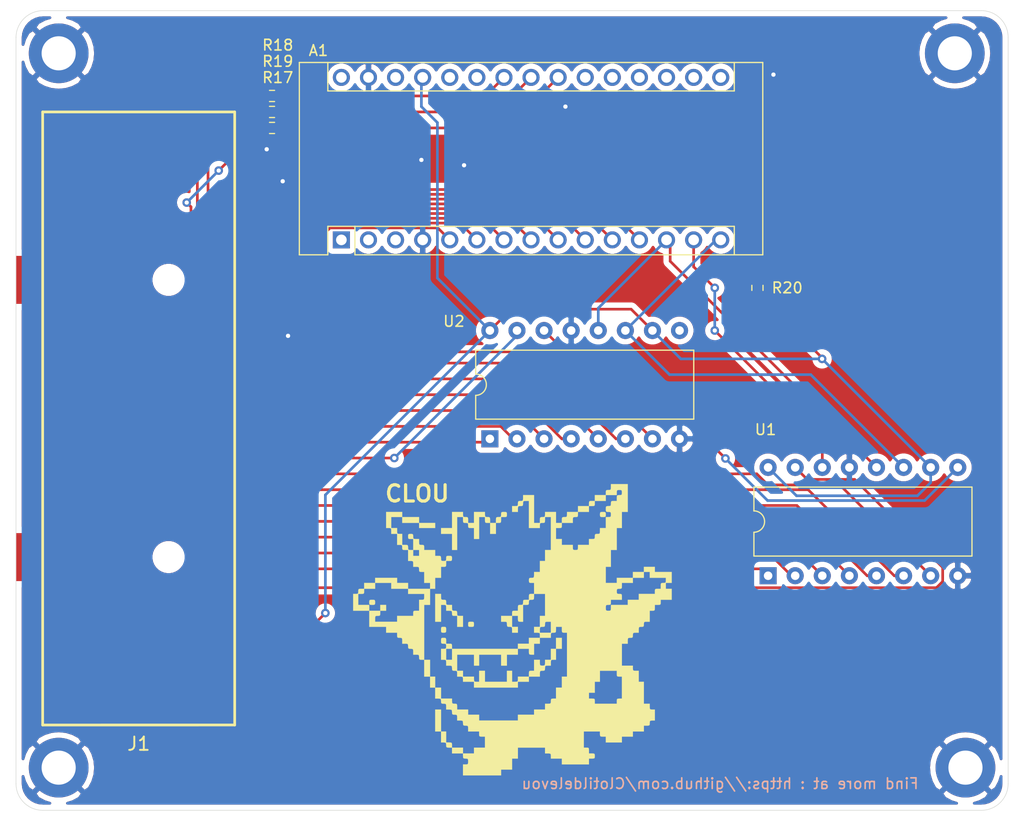
<source format=kicad_pcb>
(kicad_pcb (version 20211014) (generator pcbnew)
  (layers (0 "F.Cu" signal) (31 "B.Cu" signal) (34 "B.Paste" user) (35 "F.Paste" user) (36 "B.SilkS" user "B.Silkscreen") (37 "F.SilkS" user "F.Silkscreen") (38 "B.Mask" user) (39 "F.Mask" user) (44 "Edge.Cuts" user))
  (net 0 "")
  (net 1 "GND")
  (net 2 "Net-(A1-Pad5)")
  (net 3 "Net-(A1-Pad6)")
  (net 4 "/CLK")
  (net 5 "Net-(A1-Pad7)")
  (net 6 "/RD")
  (net 7 "Net-(A1-Pad8)")
  (net 8 "/WR")
  (net 9 "Net-(A1-Pad9)")
  (net 10 "Net-(A1-Pad10)")
  (net 11 "Net-(A1-Pad11)")
  (net 12 "+5V")
  (net 13 "Net-(A1-Pad12)")
  (net 14 "/RCK")
  (net 15 "/SER")
  (net 16 "/SCK")
  (net 17 "Net-(J1-Pad4)")
  (net 18 "Net-(J1-Pad5)")
  (net 19 "Net-(J1-Pad6)")
  (net 20 "Net-(J1-Pad7)")
  (net 21 "Net-(J1-Pad8)")
  (net 22 "Net-(J1-Pad9)")
  (net 23 "Net-(J1-Pad10)")
  (net 24 "Net-(J1-Pad11)")
  (net 25 "Net-(J1-Pad12)")
  (net 26 "Net-(J1-Pad13)")
  (net 27 "Net-(J1-Pad14)")
  (net 28 "Net-(J1-Pad15)")
  (net 29 "Net-(J1-Pad16)")
  (net 30 "Net-(J1-Pad17)")
  (net 31 "Net-(J1-Pad18)")
  (net 32 "Net-(J1-Pad19)")
  (net 33 "Net-(J1-Pad20)")
  (net 34 "Net-(J1-Pad21)")
  (net 35 "Net-(J1-Pad3)")
  (net 36 "Net-(J1-Pad30)")
  (net 37 "Net-(U1-Pad9)")
  (footprint "Module:Arduino_Nano" (layer "F.Cu") (at 135.5 96.5 90)
    (fp_text reference "A1" (at 17.76 -2.15 180) (layer "F.SilkS"))
    (fp_text value "Arduino_Nano_v3.x")
    (pad "1" thru_hole rect locked (at 0 0 90) (size 1.6 1.6) (drill 1) (layers *.Cu *.Mask))
    (pad "2" thru_hole oval locked (at 0 2.54 90) (size 1.6 1.6) (drill 1) (layers *.Cu *.Mask))
    (pad "3" thru_hole oval locked (at 0 5.08 90) (size 1.6 1.6) (drill 1) (layers *.Cu *.Mask))
    (pad "4" thru_hole oval locked (at 0 7.62 90) (size 1.6 1.6) (drill 1) (layers *.Cu *.Mask) (net 1 "GND"))
    (pad "5" thru_hole oval locked (at 0 10.16 90) (size 1.6 1.6) (drill 1) (layers *.Cu *.Mask) (net 2 "Net-(A1-Pad5)"))
    (pad "6" thru_hole oval locked (at 0 12.7 90) (size 1.6 1.6) (drill 1) (layers *.Cu *.Mask) (net 3 "Net-(A1-Pad6)"))
    (pad "7" thru_hole oval locked (at 0 15.24 90) (size 1.6 1.6) (drill 1) (layers *.Cu *.Mask) (net 5 "Net-(A1-Pad7)"))
    (pad "8" thru_hole oval locked (at 0 17.78 90) (size 1.6 1.6) (drill 1) (layers *.Cu *.Mask) (net 7 "Net-(A1-Pad8)"))
    (pad "9" thru_hole oval locked (at 0 20.32 90) (size 1.6 1.6) (drill 1) (layers *.Cu *.Mask) (net 9 "Net-(A1-Pad9)"))
    (pad "10" thru_hole oval locked (at 0 22.86 90) (size 1.6 1.6) (drill 1) (layers *.Cu *.Mask) (net 10 "Net-(A1-Pad10)"))
    (pad "11" thru_hole oval locked (at 0 25.4 90) (size 1.6 1.6) (drill 1) (layers *.Cu *.Mask) (net 11 "Net-(A1-Pad11)"))
    (pad "12" thru_hole oval locked (at 0 27.94 90) (size 1.6 1.6) (drill 1) (layers *.Cu *.Mask) (net 13 "Net-(A1-Pad12)"))
    (pad "13" thru_hole oval locked (at 0 30.48 90) (size 1.6 1.6) (drill 1) (layers *.Cu *.Mask) (net 14 "/RCK"))
    (pad "14" thru_hole oval locked (at 0 33.02 90) (size 1.6 1.6) (drill 1) (layers *.Cu *.Mask) (net 15 "/SER"))
    (pad "15" thru_hole oval locked (at 0 35.56 90) (size 1.6 1.6) (drill 1) (layers *.Cu *.Mask) (net 16 "/SCK"))
    (pad "16" thru_hole oval locked (at 15.24 35.56 90) (size 1.6 1.6) (drill 1) (layers *.Cu *.Mask))
    (pad "17" thru_hole oval locked (at 15.24 33.02 90) (size 1.6 1.6) (drill 1) (layers *.Cu *.Mask))
    (pad "18" thru_hole oval locked (at 15.24 30.48 90) (size 1.6 1.6) (drill 1) (layers *.Cu *.Mask))
    (pad "19" thru_hole oval locked (at 15.24 27.94 90) (size 1.6 1.6) (drill 1) (layers *.Cu *.Mask))
    (pad "20" thru_hole oval locked (at 15.24 25.4 90) (size 1.6 1.6) (drill 1) (layers *.Cu *.Mask))
    (pad "21" thru_hole oval locked (at 15.24 22.86 90) (size 1.6 1.6) (drill 1) (layers *.Cu *.Mask))
    (pad "22" thru_hole oval locked (at 15.24 20.32 90) (size 1.6 1.6) (drill 1) (layers *.Cu *.Mask) (net 4 "/CLK"))
    (pad "23" thru_hole oval locked (at 15.24 17.78 90) (size 1.6 1.6) (drill 1) (layers *.Cu *.Mask) (net 6 "/RD"))
    (pad "24" thru_hole oval locked (at 15.24 15.24 90) (size 1.6 1.6) (drill 1) (layers *.Cu *.Mask) (net 8 "/WR"))
    (pad "25" thru_hole oval locked (at 15.24 12.7 90) (size 1.6 1.6) (drill 1) (layers *.Cu *.Mask))
    (pad "26" thru_hole oval locked (at 15.24 10.16 90) (size 1.6 1.6) (drill 1) (layers *.Cu *.Mask))
    (pad "27" thru_hole oval locked (at 15.24 7.62 90) (size 1.6 1.6) (drill 1) (layers *.Cu *.Mask) (net 12 "+5V"))
    (pad "28" thru_hole oval locked (at 15.24 5.08 90) (size 1.6 1.6) (drill 1) (layers *.Cu *.Mask))
    (pad "29" thru_hole oval locked (at 15.24 2.54 90) (size 1.6 1.6) (drill 1) (layers *.Cu *.Mask) (net 1 "GND"))
    (pad "30" thru_hole oval locked (at 15.24 0 90) (size 1.6 1.6) (drill 1) (layers *.Cu *.Mask))
  )
  (footprint "GameboyReader:GameboyConnector" (layer "F.Cu") (at 125.5 137 90)
    (fp_text reference "J1" (at -6.764 -10.184 180) (layer "F.SilkS") (effects (font (size 1.25 1.25) (thickness 0.178)) (justify left)))
    (fp_text value "Conn_01x32_Male" hide)
    (pad "" np_thru_hole circle locked (at 36.75 -6.2 90) (size 2 2) (drill 2) (layers *.Cu *.Mask))
    (pad "" np_thru_hole circle locked (at 10.75 -6.2 90) (size 2 2) (drill 2) (layers *.Cu *.Mask))
    (pad "" smd rect locked (at 10.749 -19.251 270) (size 4.5 2.5) (layers "F.Cu" "F.Paste" "F.Mask"))
    (pad "" smd rect locked (at 36.75 -19.251 270) (size 4.5 2.5) (layers "F.Cu" "F.Paste" "F.Mask"))
    (pad "1" smd rect locked (at 0.742 1.25 270) (size 0.85 2.5) (layers "F.Cu" "F.Paste" "F.Mask") (net 12 "+5V"))
    (pad "2" smd rect locked (at 2.226 1.25 90) (size 0.85 2.5) (layers "F.Cu" "F.Paste" "F.Mask") (net 1 "GND"))
    (pad "3" smd rect locked (at 3.711 1.25 270) (size 0.85 2.5) (layers "F.Cu" "F.Paste" "F.Mask") (net 35 "Net-(J1-Pad3)"))
    (pad "4" smd rect locked (at 5.196 1.25 270) (size 0.85 2.5) (layers "F.Cu" "F.Paste" "F.Mask") (net 17 "Net-(J1-Pad4)"))
    (pad "5" smd rect locked (at 6.68 1.25 90) (size 0.85 2.5) (layers "F.Cu" "F.Paste" "F.Mask") (net 18 "Net-(J1-Pad5)"))
    (pad "6" smd rect locked (at 8.165 1.25 90) (size 0.85 2.5) (layers "F.Cu" "F.Paste" "F.Mask") (net 19 "Net-(J1-Pad6)"))
    (pad "7" smd rect locked (at 9.646 1.25 90) (size 0.85 2.5) (layers "F.Cu" "F.Paste" "F.Mask") (net 20 "Net-(J1-Pad7)"))
    (pad "8" smd rect locked (at 11.133 1.25 90) (size 0.85 2.5) (layers "F.Cu" "F.Paste" "F.Mask") (net 21 "Net-(J1-Pad8)"))
    (pad "9" smd rect locked (at 12.618 1.25 90) (size 0.85 2.5) (layers "F.Cu" "F.Paste" "F.Mask") (net 22 "Net-(J1-Pad9)"))
    (pad "10" smd rect locked (at 14.102 1.25 90) (size 0.85 2.5) (layers "F.Cu" "F.Paste" "F.Mask") (net 23 "Net-(J1-Pad10)"))
    (pad "11" smd rect locked (at 15.587 1.25 90) (size 0.85 2.5) (layers "F.Cu" "F.Paste" "F.Mask") (net 24 "Net-(J1-Pad11)"))
    (pad "12" smd rect locked (at 17.07 1.25 90) (size 0.85 2.5) (layers "F.Cu" "F.Paste" "F.Mask") (net 25 "Net-(J1-Pad12)"))
    (pad "13" smd rect locked (at 18.555 1.25 90) (size 0.85 2.5) (layers "F.Cu" "F.Paste" "F.Mask") (net 26 "Net-(J1-Pad13)"))
    (pad "14" smd rect locked (at 20.039 1.25 90) (size 0.85 2.5) (layers "F.Cu" "F.Paste" "F.Mask") (net 27 "Net-(J1-Pad14)"))
    (pad "15" smd rect locked (at 21.523 1.25 90) (size 0.85 2.5) (layers "F.Cu" "F.Paste" "F.Mask") (net 28 "Net-(J1-Pad15)"))
    (pad "16" smd rect locked (at 23.009 1.25 90) (size 0.85 2.5) (layers "F.Cu" "F.Paste" "F.Mask") (net 29 "Net-(J1-Pad16)"))
    (pad "17" smd rect locked (at 24.492 1.25 90) (size 0.85 2.5) (layers "F.Cu" "F.Paste" "F.Mask") (net 30 "Net-(J1-Pad17)"))
    (pad "18" smd rect locked (at 25.977 1.25 90) (size 0.85 2.5) (layers "F.Cu" "F.Paste" "F.Mask") (net 31 "Net-(J1-Pad18)"))
    (pad "19" smd rect locked (at 27.461 1.25 90) (size 0.85 2.5) (layers "F.Cu" "F.Paste" "F.Mask") (net 32 "Net-(J1-Pad19)"))
    (pad "20" smd rect locked (at 28.945 1.25 90) (size 0.85 2.5) (layers "F.Cu" "F.Paste" "F.Mask") (net 33 "Net-(J1-Pad20)"))
    (pad "21" smd rect locked (at 30.431 1.25 90) (size 0.85 2.5) (layers "F.Cu" "F.Paste" "F.Mask") (net 34 "Net-(J1-Pad21)"))
    (pad "22" smd rect locked (at 31.914 1.25 90) (size 0.85 2.5) (layers "F.Cu" "F.Paste" "F.Mask") (net 2 "Net-(A1-Pad5)"))
    (pad "23" smd rect locked (at 33.397 1.25 90) (size 0.85 2.5) (layers "F.Cu" "F.Paste" "F.Mask") (net 3 "Net-(A1-Pad6)"))
    (pad "24" smd rect locked (at 34.883 1.25 90) (size 0.85 2.5) (layers "F.Cu" "F.Paste" "F.Mask") (net 5 "Net-(A1-Pad7)"))
    (pad "25" smd rect locked (at 36.367 1.25 90) (size 0.85 2.5) (layers "F.Cu" "F.Paste" "F.Mask") (net 7 "Net-(A1-Pad8)"))
    (pad "26" smd rect locked (at 37.852 1.25 90) (size 0.85 2.5) (layers "F.Cu" "F.Paste" "F.Mask") (net 9 "Net-(A1-Pad9)"))
    (pad "27" smd rect locked (at 39.336 1.25 90) (size 0.85 2.5) (layers "F.Cu" "F.Paste" "F.Mask") (net 10 "Net-(A1-Pad10)"))
    (pad "28" smd rect locked (at 40.819 1.25 90) (size 0.85 2.5) (layers "F.Cu" "F.Paste" "F.Mask") (net 11 "Net-(A1-Pad11)"))
    (pad "29" smd rect locked (at 42.305 1.25 90) (size 0.85 2.5) (layers "F.Cu" "F.Paste" "F.Mask") (net 13 "Net-(A1-Pad12)"))
    (pad "30" smd rect locked (at 43.788 1.25 90) (size 0.85 2.5) (layers "F.Cu" "F.Paste" "F.Mask") (net 36 "Net-(J1-Pad30)"))
    (pad "31" smd rect locked (at 45.273 1.25 90) (size 0.85 2.5) (layers "F.Cu" "F.Paste" "F.Mask"))
    (pad "32" smd rect locked (at 46.758 1.25 270) (size 0.85 2.5) (layers "F.Cu" "F.Paste" "F.Mask") (net 1 "GND"))
  )
  (footprint "Resistor_SMD:R_0603_1608Metric" (layer "F.Cu") (at 129 84.5 180)
    (fp_text reference "R19" (at -0.54 4.744 180) (layer "F.SilkS"))
    (fp_text value "10K")
    (pad "1" smd roundrect locked (at -0.825 0 180) (size 0.8 0.95) (layers "F.Cu" "F.Paste" "F.Mask") (net 6 "/RD"))
    (pad "2" smd roundrect locked (at 0.825 0 180) (size 0.8 0.95) (layers "F.Cu" "F.Paste" "F.Mask") (net 18 "Net-(J1-Pad5)"))
  )
  (footprint "Package_DIP:DIP-16_W10.16mm" (layer "F.Cu") (at 175.5 128 90)
    (fp_text reference "U1" (at 13.7 -0.24 180) (layer "F.SilkS"))
    (fp_text value "74HC595")
    (pad "1" thru_hole rect locked (at 0 0 90) (size 1.6 1.6) (drill 0.8) (layers *.Cu *.Mask) (net 20 "Net-(J1-Pad7)"))
    (pad "2" thru_hole oval locked (at 0 2.54 90) (size 1.6 1.6) (drill 0.8) (layers *.Cu *.Mask) (net 21 "Net-(J1-Pad8)"))
    (pad "3" thru_hole oval locked (at 0 5.08 90) (size 1.6 1.6) (drill 0.8) (layers *.Cu *.Mask) (net 22 "Net-(J1-Pad9)"))
    (pad "4" thru_hole oval locked (at 0 7.62 90) (size 1.6 1.6) (drill 0.8) (layers *.Cu *.Mask) (net 23 "Net-(J1-Pad10)"))
    (pad "5" thru_hole oval locked (at 0 10.16 90) (size 1.6 1.6) (drill 0.8) (layers *.Cu *.Mask) (net 24 "Net-(J1-Pad11)"))
    (pad "6" thru_hole oval locked (at 0 12.7 90) (size 1.6 1.6) (drill 0.8) (layers *.Cu *.Mask) (net 25 "Net-(J1-Pad12)"))
    (pad "7" thru_hole oval locked (at 0 15.24 90) (size 1.6 1.6) (drill 0.8) (layers *.Cu *.Mask) (net 26 "Net-(J1-Pad13)"))
    (pad "8" thru_hole oval locked (at 0 17.78 90) (size 1.6 1.6) (drill 0.8) (layers *.Cu *.Mask) (net 1 "GND"))
    (pad "9" thru_hole oval locked (at 10.16 17.78 90) (size 1.6 1.6) (drill 0.8) (layers *.Cu *.Mask) (net 37 "Net-(U1-Pad9)"))
    (pad "10" thru_hole oval locked (at 10.16 15.24 90) (size 1.6 1.6) (drill 0.8) (layers *.Cu *.Mask) (net 12 "+5V"))
    (pad "11" thru_hole oval locked (at 10.16 12.7 90) (size 1.6 1.6) (drill 0.8) (layers *.Cu *.Mask) (net 16 "/SCK"))
    (pad "12" thru_hole oval locked (at 10.16 10.16 90) (size 1.6 1.6) (drill 0.8) (layers *.Cu *.Mask) (net 14 "/RCK"))
    (pad "13" thru_hole oval locked (at 10.16 7.62 90) (size 1.6 1.6) (drill 0.8) (layers *.Cu *.Mask) (net 1 "GND"))
    (pad "14" thru_hole oval locked (at 10.16 5.08 90) (size 1.6 1.6) (drill 0.8) (layers *.Cu *.Mask) (net 15 "/SER"))
    (pad "15" thru_hole oval locked (at 10.16 2.54 90) (size 1.6 1.6) (drill 0.8) (layers *.Cu *.Mask) (net 19 "Net-(J1-Pad6)"))
    (pad "16" thru_hole oval locked (at 10.16 0 90) (size 1.6 1.6) (drill 0.8) (layers *.Cu *.Mask) (net 12 "+5V"))
  )
  (footprint "Package_DIP:DIP-16_W10.16mm" (layer "F.Cu") (at 149.42 115.16 90)
    (fp_text reference "U2" (at 11.02 -3.37 180) (layer "F.SilkS"))
    (fp_text value "74HC595")
    (pad "1" thru_hole rect locked (at 0 0 90) (size 1.6 1.6) (drill 0.8) (layers *.Cu *.Mask) (net 28 "Net-(J1-Pad15)"))
    (pad "2" thru_hole oval locked (at 0 2.54 90) (size 1.6 1.6) (drill 0.8) (layers *.Cu *.Mask) (net 29 "Net-(J1-Pad16)"))
    (pad "3" thru_hole oval locked (at 0 5.08 90) (size 1.6 1.6) (drill 0.8) (layers *.Cu *.Mask) (net 30 "Net-(J1-Pad17)"))
    (pad "4" thru_hole oval locked (at 0 7.62 90) (size 1.6 1.6) (drill 0.8) (layers *.Cu *.Mask) (net 31 "Net-(J1-Pad18)"))
    (pad "5" thru_hole oval locked (at 0 10.16 90) (size 1.6 1.6) (drill 0.8) (layers *.Cu *.Mask) (net 32 "Net-(J1-Pad19)"))
    (pad "6" thru_hole oval locked (at 0 12.7 90) (size 1.6 1.6) (drill 0.8) (layers *.Cu *.Mask) (net 33 "Net-(J1-Pad20)"))
    (pad "7" thru_hole oval locked (at 0 15.24 90) (size 1.6 1.6) (drill 0.8) (layers *.Cu *.Mask) (net 34 "Net-(J1-Pad21)"))
    (pad "8" thru_hole oval locked (at 0 17.78 90) (size 1.6 1.6) (drill 0.8) (layers *.Cu *.Mask) (net 1 "GND"))
    (pad "9" thru_hole oval locked (at 10.16 17.78 90) (size 1.6 1.6) (drill 0.8) (layers *.Cu *.Mask))
    (pad "10" thru_hole oval locked (at 10.16 15.24 90) (size 1.6 1.6) (drill 0.8) (layers *.Cu *.Mask) (net 12 "+5V"))
    (pad "11" thru_hole oval locked (at 10.16 12.7 90) (size 1.6 1.6) (drill 0.8) (layers *.Cu *.Mask) (net 16 "/SCK"))
    (pad "12" thru_hole oval locked (at 10.16 10.16 90) (size 1.6 1.6) (drill 0.8) (layers *.Cu *.Mask) (net 14 "/RCK"))
    (pad "13" thru_hole oval locked (at 10.16 7.62 90) (size 1.6 1.6) (drill 0.8) (layers *.Cu *.Mask) (net 1 "GND"))
    (pad "14" thru_hole oval locked (at 10.16 5.08 90) (size 1.6 1.6) (drill 0.8) (layers *.Cu *.Mask) (net 37 "Net-(U1-Pad9)"))
    (pad "15" thru_hole oval locked (at 10.16 2.54 90) (size 1.6 1.6) (drill 0.8) (layers *.Cu *.Mask) (net 27 "Net-(J1-Pad14)"))
    (pad "16" thru_hole oval locked (at 10.16 0 90) (size 1.6 1.6) (drill 0.8) (layers *.Cu *.Mask) (net 12 "+5V"))
  )
  (footprint "MountingHole:MountingHole_3.2mm_M3_DIN965_Pad" (layer "F.Cu") (at 109 146)
    (fp_text reference "REF**" hide)
    (fp_text value "MountingHole_3.2mm_M3_DIN965_Pad" hide)
    (pad "1" thru_hole circle locked (at 0 0) (size 5.6 5.6) (drill 3.2) (layers *.Cu *.Mask) (net 1 "GND"))
  )
  (footprint "MountingHole:MountingHole_3.2mm_M3_DIN965_Pad" (layer "F.Cu") (at 194 146)
    (fp_text reference "REF**" hide)
    (fp_text value "MountingHole_3.2mm_M3_DIN965_Pad" hide)
    (pad "1" thru_hole circle locked (at 0 0) (size 5.6 5.6) (drill 3.2) (layers *.Cu *.Mask) (net 1 "GND"))
  )
  (footprint "MountingHole:MountingHole_3.2mm_M3_DIN965_Pad" (layer "F.Cu") (at 193 79)
    (fp_text reference "REF**" hide)
    (fp_text value "MountingHole_3.2mm_M3_DIN965_Pad" hide)
    (pad "1" thru_hole circle locked (at 0 0) (size 5.6 5.6) (drill 3.2) (layers *.Cu *.Mask) (net 1 "GND"))
  )
  (footprint "MountingHole:MountingHole_3.2mm_M3_DIN965_Pad" (layer "F.Cu") (at 109 79)
    (fp_text reference "REF**" hide)
    (fp_text value "MountingHole_3.2mm_M3_DIN965_Pad" hide)
    (pad "1" thru_hole circle locked (at 0 0) (size 5.6 5.6) (drill 3.2) (layers *.Cu *.Mask) (net 1 "GND"))
  )
  (footprint "GameboyReader:gengar" (layer "F.Cu") (at 151.5 133)
    (fp_text reference "G***" hide)
    (fp_text value "CLOU" (at -8.89 -12.7) (layer "F.SilkS") (effects (font (size 1.524 1.524) (thickness 0.3))))
  )
  (footprint "Resistor_SMD:R_0603_1608Metric" (layer "F.Cu") (at 174.5 101 -90)
    (fp_text reference "R20" (at 0 -2.792 180) (layer "F.SilkS"))
    (fp_text value "10K")
    (pad "1" smd roundrect locked (at -0.825 0 270) (size 0.8 0.95) (layers "F.Cu" "F.Paste" "F.Mask") (net 36 "Net-(J1-Pad30)"))
    (pad "2" smd roundrect locked (at 0.825 0 270) (size 0.8 0.95) (layers "F.Cu" "F.Paste" "F.Mask") (net 12 "+5V"))
  )
  (footprint "Resistor_SMD:R_0603_1608Metric" (layer "F.Cu") (at 129 83)
    (fp_text reference "R18" (at 0.54 -4.768) (layer "F.SilkS"))
    (fp_text value "10K")
    (pad "1" smd roundrect locked (at -0.825 0) (size 0.8 0.95) (layers "F.Cu" "F.Paste" "F.Mask") (net 17 "Net-(J1-Pad4)"))
    (pad "2" smd roundrect locked (at 0.825 0) (size 0.8 0.95) (layers "F.Cu" "F.Paste" "F.Mask") (net 8 "/WR"))
  )
  (footprint "Resistor_SMD:R_0603_1608Metric" (layer "F.Cu") (at 129 86)
    (fp_text reference "R17" (at 0.54 -4.72) (layer "F.SilkS"))
    (fp_text value "10K")
    (pad "1" smd roundrect locked (at -0.825 0) (size 0.8 0.95) (layers "F.Cu" "F.Paste" "F.Mask") (net 35 "Net-(J1-Pad3)"))
    (pad "2" smd roundrect locked (at 0.825 0) (size 0.8 0.95) (layers "F.Cu" "F.Paste" "F.Mask") (net 4 "/CLK"))
  )
  (gr_line (start 198 77.5) (end 198 147.5) (layer "Edge.Cuts") (width 0.05))
  (gr_arc (start 107.5 150) (mid 105.732233 149.267767) (end 105 147.5) (layer "Edge.Cuts") (width 0.05))
  (gr_line (start 107.5 75) (end 195.5 75) (layer "Edge.Cuts") (width 0.05))
  (gr_line (start 105 147.5) (end 105 77.5) (layer "Edge.Cuts") (width 0.05))
  (gr_arc (start 195.5 75) (mid 197.267767 75.732233) (end 198 77.5) (layer "Edge.Cuts") (width 0.05))
  (gr_arc (start 198 147.5) (mid 197.267767 149.267767) (end 195.5 150) (layer "Edge.Cuts") (width 0.05))
  (gr_line (start 195.5 150) (end 107.5 150) (layer "Edge.Cuts") (width 0.05))
  (gr_arc (start 105 77.5) (mid 105.743726 75.743726) (end 107.5 75) (layer "Edge.Cuts") (width 0.05))
  (gr_text "Find more at : https://github.com/Clotildelevou" (at 171 147.5) (layer "B.SilkS") (effects (font (size 1 1)) (justify mirror)))
  (via (at 156.5 84) (size 0.8) (drill 0.4) (layers "F.Cu" "B.Cu") (net 1))
  (via (at 130 91) (size 0.8) (drill 0.4) (layers "F.Cu" "B.Cu") (net 1))
  (via (at 176 81) (size 0.8) (drill 0.4) (layers "F.Cu" "B.Cu") (net 1))
  (via (at 130.5 105.5) (size 0.8) (drill 0.4) (layers "F.Cu" "B.Cu") (net 1))
  (via (at 143 89) (size 0.8) (drill 0.4) (layers "F.Cu" "B.Cu") (net 1))
  (via (at 128.5 88) (size 0.8) (drill 0.4) (layers "F.Cu" "B.Cu") (net 1))
  (via (at 147 89.5) (size 0.8) (drill 0.4) (layers "F.Cu" "B.Cu") (net 1))
  (segment (start 128.25 105.086) (end 126.75 105.086) (width 0.25) (layer "F.Cu") (net 2))
  (segment (start 134 99.336) (end 128.25 105.086) (width 0.25) (layer "F.Cu") (net 2))
  (segment (start 134 95.814998) (end 134 99.336) (width 0.25) (layer "F.Cu") (net 2))
  (segment (start 134.439999 95.374999) (end 134 95.814998) (width 0.25) (layer "F.Cu") (net 2))
  (segment (start 144.534999 95.374999) (end 134.439999 95.374999) (width 0.25) (layer "F.Cu") (net 2))
  (segment (start 145.66 96.5) (end 144.534999 95.374999) (width 0.25) (layer "F.Cu") (net 2))
  (segment (start 128.25 103.603) (end 126.75 103.603) (width 0.25) (layer "F.Cu") (net 3))
  (segment (start 133.5 98.353) (end 128.25 103.603) (width 0.25) (layer "F.Cu") (net 3))
  (segment (start 134.253598 94.92499) (end 133.5 95.678588) (width 0.25) (layer "F.Cu") (net 3))
  (segment (start 146.624989 94.924989) (end 134.253598 94.92499) (width 0.25) (layer "F.Cu") (net 3))
  (segment (start 133.5 95.678588) (end 133.5 98.353) (width 0.25) (layer "F.Cu") (net 3))
  (segment (start 148.2 96.5) (end 146.624989 94.924989) (width 0.25) (layer "F.Cu") (net 3))
  (segment (start 155.82 81.26) (end 151.08 86) (width 0.25) (layer "F.Cu") (net 4))
  (segment (start 151.08 86) (end 129.825 86) (width 0.25) (layer "F.Cu") (net 4))
  (segment (start 150.74 96.5) (end 148.714981 94.474981) (width 0.25) (layer "F.Cu") (net 5))
  (segment (start 129.09959 102.117) (end 126.75 102.117) (width 0.25) (layer "F.Cu") (net 5))
  (segment (start 133 95.542178) (end 133 98.21659) (width 0.25) (layer "F.Cu") (net 5))
  (segment (start 134.067197 94.474981) (end 133 95.542178) (width 0.25) (layer "F.Cu") (net 5))
  (segment (start 148.714981 94.474981) (end 134.067197 94.474981) (width 0.25) (layer "F.Cu") (net 5))
  (segment (start 133 98.21659) (end 129.09959 102.117) (width 0.25) (layer "F.Cu") (net 5))
  (segment (start 150.04 84.5) (end 153.28 81.26) (width 0.25) (layer "F.Cu") (net 6))
  (segment (start 129.825 84.5) (end 150.04 84.5) (width 0.25) (layer "F.Cu") (net 6))
  (segment (start 150.804972 94.024972) (end 133.880796 94.024972) (width 0.25) (layer "F.Cu") (net 7))
  (segment (start 132.5 98.08018) (end 129.94718 100.633) (width 0.25) (layer "F.Cu") (net 7))
  (segment (start 153.28 96.5) (end 150.804972 94.024972) (width 0.25) (layer "F.Cu") (net 7))
  (segment (start 133.880796 94.024972) (end 132.5 95.405768) (width 0.25) (layer "F.Cu") (net 7))
  (segment (start 132.5 95.405768) (end 132.5 98.08018) (width 0.25) (layer "F.Cu") (net 7))
  (segment (start 129.94718 100.633) (end 126.75 100.633) (width 0.25) (layer "F.Cu") (net 7))
  (segment (start 149 83) (end 150.74 81.26) (width 0.25) (layer "F.Cu") (net 8))
  (segment (start 129.825 83) (end 149 83) (width 0.25) (layer "F.Cu") (net 8))
  (segment (start 155.82 96.5) (end 152.894963 93.574963) (width 0.25) (layer "F.Cu") (net 9))
  (segment (start 133.694395 93.574963) (end 128.121358 99.148) (width 0.25) (layer "F.Cu") (net 9))
  (segment (start 152.894963 93.574963) (end 133.694395 93.574963) (width 0.25) (layer "F.Cu") (net 9))
  (segment (start 128.121358 99.148) (end 126.75 99.148) (width 0.25) (layer "F.Cu") (net 9))
  (segment (start 133.375046 93.124954) (end 128.836 97.664) (width 0.25) (layer "F.Cu") (net 10))
  (segment (start 128.836 97.664) (end 126.75 97.664) (width 0.25) (layer "F.Cu") (net 10))
  (segment (start 158.36 96.5) (end 154.984954 93.124954) (width 0.25) (layer "F.Cu") (net 10))
  (segment (start 154.984954 93.124954) (end 133.375046 93.124954) (width 0.25) (layer "F.Cu") (net 10))
  (segment (start 160.9 96.5) (end 157.074945 92.674945) (width 0.25) (layer "F.Cu") (net 11))
  (segment (start 157.074945 92.674945) (end 132.825055 92.674945) (width 0.25) (layer "F.Cu") (net 11))
  (segment (start 129.319 96.181) (end 126.75 96.181) (width 0.25) (layer "F.Cu") (net 11))
  (segment (start 132.825055 92.674945) (end 129.319 96.181) (width 0.25) (layer "F.Cu") (net 11))
  (segment (start 149.42 105) (end 151.42 103) (width 0.25) (layer "F.Cu") (net 12))
  (segment (start 174.5 101.825) (end 174.725 101.825) (width 0.25) (layer "F.Cu") (net 12))
  (segment (start 174.825 101.825) (end 180.56 107.56) (width 0.25) (layer "F.Cu") (net 12))
  (segment (start 180.56 107.56) (end 180.56 107.66) (width 0.25) (layer "F.Cu") (net 12))
  (segment (start 162.66 103) (end 164.66 105) (width 0.25) (layer "F.Cu") (net 12))
  (segment (start 129.242 136.258) (end 134 131.5) (width 0.25) (layer "F.Cu") (net 12))
  (segment (start 151.42 103) (end 162.66 103) (width 0.25) (layer "F.Cu") (net 12))
  (segment (start 174.5 101.825) (end 174.825 101.825) (width 0.25) (layer "F.Cu") (net 12))
  (segment (start 126.75 136.258) (end 129.242 136.258) (width 0.25) (layer "F.Cu") (net 12))
  (via (at 134 131.5) (size 0.8) (drill 0.4) (layers "F.Cu" "B.Cu") (net 12))
  (via (at 180.56 107.66) (size 0.8) (drill 0.4) (layers "F.Cu" "B.Cu") (net 12))
  (segment (start 190.74 117.84) (end 190.74 119.26) (width 0.25) (layer "B.Cu") (net 12))
  (segment (start 149.42 105) (end 144.5 100.08) (width 0.25) (layer "B.Cu") (net 12))
  (segment (start 144.5 85.5) (end 143 84) (width 0.25) (layer "B.Cu") (net 12))
  (segment (start 180.56 107.66) (end 190.74 117.84) (width 0.25) (layer "B.Cu") (net 12))
  (segment (start 144.5 100.08) (end 144.5 85.5) (width 0.25) (layer "B.Cu") (net 12))
  (segment (start 143 84) (end 143 81.38) (width 0.25) (layer "B.Cu") (net 12))
  (segment (start 167.32 107.66) (end 180.56 107.66) (width 0.25) (layer "B.Cu") (net 12))
  (segment (start 189.5 120.5) (end 178.16 120.5) (width 0.25) (layer "B.Cu") (net 12))
  (segment (start 178.16 120.5) (end 175.5 117.84) (width 0.25) (layer "B.Cu") (net 12))
  (segment (start 143 81.38) (end 143.12 81.26) (width 0.25) (layer "B.Cu") (net 12))
  (segment (start 134 131.5) (end 134 120.42) (width 0.25) (layer "B.Cu") (net 12))
  (segment (start 164.66 105) (end 167.32 107.66) (width 0.25) (layer "B.Cu") (net 12))
  (segment (start 190.74 119.26) (end 189.5 120.5) (width 0.25) (layer "B.Cu") (net 12))
  (segment (start 134 120.42) (end 149.42 105) (width 0.25) (layer "B.Cu") (net 12))
  (segment (start 131.775065 92.224935) (end 129 95) (width 0.25) (layer "F.Cu") (net 13))
  (segment (start 127.055 95) (end 126.75 94.695) (width 0.25) (layer "F.Cu") (net 13))
  (segment (start 163.44 96.5) (end 159.164935 92.224935) (width 0.25) (layer "F.Cu") (net 13))
  (segment (start 159.164935 92.224935) (end 131.775065 92.224935) (width 0.25) (layer "F.Cu") (net 13))
  (segment (start 129 95) (end 127.055 95) (width 0.25) (layer "F.Cu") (net 13))
  (segment (start 166.32 96.84) (end 165.98 96.5) (width 0.25) (layer "F.Cu") (net 14))
  (segment (start 185.66 117.84) (end 166.32 98.5) (width 0.25) (layer "F.Cu") (net 14))
  (segment (start 166.32 98.5) (end 166.32 96.84) (width 0.25) (layer "F.Cu") (net 14))
  (segment (start 159.58 102.9) (end 165.98 96.5) (width 0.25) (layer "B.Cu") (net 14))
  (segment (start 159.58 105) (end 159.58 102.9) (width 0.25) (layer "B.Cu") (net 14))
  (segment (start 180.58 115.08) (end 170.5 105) (width 0.25) (layer "F.Cu") (net 15))
  (segment (start 168.52 96.5) (end 168.52 99.034998) (width 0.25) (layer "F.Cu") (net 15))
  (segment (start 180.58 117.84) (end 180.58 115.08) (width 0.25) (layer "F.Cu") (net 15))
  (segment (start 168.534998 99.034998) (end 168.52 99.034998) (width 0.25) (layer "F.Cu") (net 15))
  (segment (start 170.5 101) (end 168.534998 99.034998) (width 0.25) (layer "F.Cu") (net 15))
  (via (at 170.5 105) (size 0.8) (drill 0.4) (layers "F.Cu" "B.Cu") (net 15))
  (via (at 170.5 101) (size 0.8) (drill 0.4) (layers "F.Cu" "B.Cu") (net 15))
  (segment (start 170.5 105) (end 170.5 101) (width 0.25) (layer "B.Cu") (net 15))
  (segment (start 162.12 105) (end 170.62 96.5) (width 0.25) (layer "B.Cu") (net 16))
  (segment (start 170.62 96.5) (end 171.06 96.5) (width 0.25) (layer "B.Cu") (net 16))
  (segment (start 166.26 109.14) (end 162.12 105) (width 0.25) (layer "B.Cu") (net 16))
  (segment (start 188.2 117.84) (end 179.5 109.14) (width 0.25) (layer "B.Cu") (net 16))
  (segment (start 179.5 109.14) (end 166.26 109.14) (width 0.25) (layer "B.Cu") (net 16))
  (segment (start 128.175 83) (end 122 89.175) (width 0.25) (layer "F.Cu") (net 17))
  (segment (start 122 128.554) (end 125.25 131.804) (width 0.25) (layer "F.Cu") (net 17))
  (segment (start 122 89.175) (end 122 128.554) (width 0.25) (layer "F.Cu") (net 17))
  (segment (start 125.25 131.804) (end 126.75 131.804) (width 0.25) (layer "F.Cu") (net 17))
  (segment (start 123 128) (end 125.32 130.32) (width 0.25) (layer "F.Cu") (net 18))
  (segment (start 125.32 130.32) (end 126.75 130.32) (width 0.25) (layer "F.Cu") (net 18))
  (segment (start 128 84.5) (end 123 89.5) (width 0.25) (layer "F.Cu") (net 18))
  (segment (start 128.175 84.5) (end 128 84.5) (width 0.25) (layer "F.Cu") (net 18))
  (segment (start 123 89.5) (end 123 128) (width 0.25) (layer "F.Cu") (net 18))
  (segment (start 127.040001 129.125001) (end 126.75 128.835) (width 0.25) (layer "F.Cu") (net 19))
  (segment (start 183.608591 118.965001) (end 191.865001 127.221411) (width 0.25) (layer "F.Cu") (net 19))
  (segment (start 191.865001 127.221411) (end 191.865001 128.540001) (width 0.25) (layer "F.Cu") (net 19))
  (segment (start 191.865001 128.540001) (end 191.280001 129.125001) (width 0.25) (layer "F.Cu") (net 19))
  (segment (start 178.04 117.84) (end 179.165001 118.965001) (width 0.25) (layer "F.Cu") (net 19))
  (segment (start 191.280001 129.125001) (end 127.040001 129.125001) (width 0.25) (layer "F.Cu") (net 19))
  (segment (start 179.165001 118.965001) (end 183.608591 118.965001) (width 0.25) (layer "F.Cu") (net 19))
  (segment (start 174.854 127.354) (end 175.5 128) (width 0.25) (layer "F.Cu") (net 20))
  (segment (start 126.75 127.354) (end 174.854 127.354) (width 0.25) (layer "F.Cu") (net 20))
  (segment (start 177.685002 128) (end 178.04 128) (width 0.25) (layer "F.Cu") (net 21))
  (segment (start 126.75 125.867) (end 175.552002 125.867) (width 0.25) (layer "F.Cu") (net 21))
  (segment (start 175.552002 125.867) (end 177.685002 128) (width 0.25) (layer "F.Cu") (net 21))
  (segment (start 176.962 124.382) (end 180.58 128) (width 0.25) (layer "F.Cu") (net 22))
  (segment (start 126.75 124.382) (end 176.962 124.382) (width 0.25) (layer "F.Cu") (net 22))
  (segment (start 178.018 122.898) (end 183.12 128) (width 0.25) (layer "F.Cu") (net 23))
  (segment (start 126.75 122.898) (end 178.018 122.898) (width 0.25) (layer "F.Cu") (net 23))
  (segment (start 126.75 121.413) (end 178.198002 121.413) (width 0.25) (layer "F.Cu") (net 24))
  (segment (start 178.198002 121.413) (end 184.785002 128) (width 0.25) (layer "F.Cu") (net 24))
  (segment (start 184.785002 128) (end 185.66 128) (width 0.25) (layer "F.Cu") (net 24))
  (segment (start 179.255002 119.93) (end 187.325002 128) (width 0.25) (layer "F.Cu") (net 25))
  (segment (start 187.325002 128) (end 188.2 128) (width 0.25) (layer "F.Cu") (net 25))
  (segment (start 126.75 119.93) (end 179.255002 119.93) (width 0.25) (layer "F.Cu") (net 25))
  (segment (start 174.439998 118.445) (end 175.474988 119.47999) (width 0.25) (layer "F.Cu") (net 26))
  (segment (start 126.75 118.445) (end 174.439998 118.445) (width 0.25) (layer "F.Cu") (net 26))
  (segment (start 175.474988 119.47999) (end 182.21999 119.47999) (width 0.25) (layer "F.Cu") (net 26))
  (segment (start 182.21999 119.47999) (end 190.74 128) (width 0.25) (layer "F.Cu") (net 26))
  (segment (start 126.75 116.961) (end 140.461 116.961) (width 0.25) (layer "F.Cu") (net 27))
  (via (at 140.461 116.961) (size 0.8) (drill 0.4) (layers "F.Cu" "B.Cu") (net 27))
  (segment (start 140.461 116.961) (end 151.96 105.462) (width 0.25) (layer "B.Cu") (net 27))
  (segment (start 151.96 105.462) (end 151.96 105) (width 0.25) (layer "B.Cu") (net 27))
  (segment (start 126.75 115.477) (end 149.103 115.477) (width 0.25) (layer "F.Cu") (net 28))
  (segment (start 149.103 115.477) (end 149.42 115.16) (width 0.25) (layer "F.Cu") (net 28))
  (segment (start 126.75 113.991) (end 150.436002 113.991) (width 0.25) (layer "F.Cu") (net 29))
  (segment (start 150.436002 113.991) (end 151.605002 115.16) (width 0.25) (layer "F.Cu") (net 29))
  (segment (start 151.605002 115.16) (end 151.96 115.16) (width 0.25) (layer "F.Cu") (net 29))
  (segment (start 126.75 112.508) (end 151.848 112.508) (width 0.25) (layer "F.Cu") (net 30))
  (segment (start 151.848 112.508) (end 154.5 115.16) (width 0.25) (layer "F.Cu") (net 30))
  (segment (start 156.165002 115.16) (end 157.04 115.16) (width 0.25) (layer "F.Cu") (net 31))
  (segment (start 126.75 111.023) (end 152.028002 111.023) (width 0.25) (layer "F.Cu") (net 31))
  (segment (start 152.028002 111.023) (end 156.165002 115.16) (width 0.25) (layer "F.Cu") (net 31))
  (segment (start 126.75 109.539) (end 153.959 109.539) (width 0.25) (layer "F.Cu") (net 32))
  (segment (start 153.959 109.539) (end 159.58 115.16) (width 0.25) (layer "F.Cu") (net 32))
  (segment (start 161.245002 115.16) (end 162.12 115.16) (width 0.25) (layer "F.Cu") (net 33))
  (segment (start 126.75 108.055) (end 154.140002 108.055) (width 0.25) (layer "F.Cu") (net 33))
  (segment (start 154.140002 108.055) (end 161.245002 115.16) (width 0.25) (layer "F.Cu") (net 33))
  (segment (start 127.181 107) (end 126.75 106.569) (width 0.25) (layer "F.Cu") (net 34))
  (segment (start 164.66 115.16) (end 156.5 107) (width 0.25) (layer "F.Cu") (net 34))
  (segment (start 156.5 107) (end 127.181 107) (width 0.25) (layer "F.Cu") (net 34))
  (segment (start 125.25 133.289) (end 126.75 133.289) (width 0.25) (layer "F.Cu") (net 35))
  (segment (start 121 93) (end 121.399999 93.399999) (width 0.25) (layer "F.Cu") (net 35))
  (segment (start 121.399999 93.399999) (end 121.399999 129.438999) (width 0.25) (layer "F.Cu") (net 35))
  (segment (start 128 86) (end 124 90) (width 0.25) (layer "F.Cu") (net 35))
  (segment (start 128.175 86) (end 128 86) (width 0.25) (layer "F.Cu") (net 35))
  (segment (start 121.399999 129.438999) (end 125.25 133.289) (width 0.25) (layer "F.Cu") (net 35))
  (via (at 124 90) (size 0.8) (drill 0.4) (layers "F.Cu" "B.Cu") (net 35))
  (via (at 121 93) (size 0.8) (drill 0.4) (layers "F.Cu" "B.Cu") (net 35))
  (segment (start 124 90) (end 121 93) (width 0.25) (layer "B.Cu") (net 35))
  (segment (start 128.861002 93.212) (end 130.298077 91.774925) (width 0.25) (layer "F.Cu") (net 36))
  (segment (start 173.774925 91.774925) (end 174.5 92.5) (width 0.25) (layer "F.Cu") (net 36))
  (segment (start 127.213 93.675) (end 126.75 93.212) (width 0.25) (layer "F.Cu") (net 36))
  (segment (start 130.298077 91.774925) (end 173.774925 91.774925) (width 0.25) (layer "F.Cu") (net 36))
  (segment (start 126.75 93.212) (end 128.861002 93.212) (width 0.25) (layer "F.Cu") (net 36))
  (segment (start 174.5 92.5) (end 174.5 100.175) (width 0.25) (layer "F.Cu") (net 36))
  (segment (start 161 106.5) (end 171.5 117) (width 0.25) (layer "F.Cu") (net 37))
  (segment (start 154.5 105) (end 156 106.5) (width 0.25) (layer "F.Cu") (net 37))
  (segment (start 156 106.5) (end 161 106.5) (width 0.25) (layer "F.Cu") (net 37))
  (via (at 171.5 117) (size 0.8) (drill 0.4) (layers "F.Cu" "B.Cu") (net 37))
  (segment (start 175.450009 120.950009) (end 190.169991 120.950009) (width 0.25) (layer "B.Cu") (net 37))
  (segment (start 190.169991 120.950009) (end 193.28 117.84) (width 0.25) (layer "B.Cu") (net 37))
  (segment (start 171.5 117) (end 175.450009 120.950009) (width 0.25) (layer "B.Cu") (net 37))
  (zone (net 1) (net_name "GND") (layer "F.Cu") (connect_pads (clearance 0.508)) (min_thickness 0.254) (fill yes (thermal_gap 0.508) (thermal_bridge_width 0.508))
    (polygon (pts (xy 199.5 151) (xy 104 151.5) (xy 104 74) (xy 199.5 74)))
  )
  (zone (net 1) (net_name "GND") (layer "B.Cu") (connect_pads (clearance 0.508)) (min_thickness 0.254) (fill yes (thermal_gap 0.508) (thermal_bridge_width 0.508))
    (polygon (pts (xy 199.5 150.5) (xy 103.5 150.5) (xy 103.5 74) (xy 199.5 74)))
  )
)
</source>
